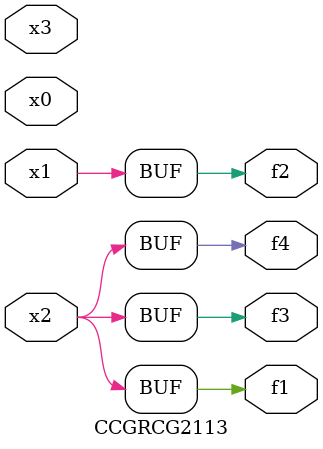
<source format=v>
module CCGRCG2113(
	input x0, x1, x2, x3,
	output f1, f2, f3, f4
);
	assign f1 = x2;
	assign f2 = x1;
	assign f3 = x2;
	assign f4 = x2;
endmodule

</source>
